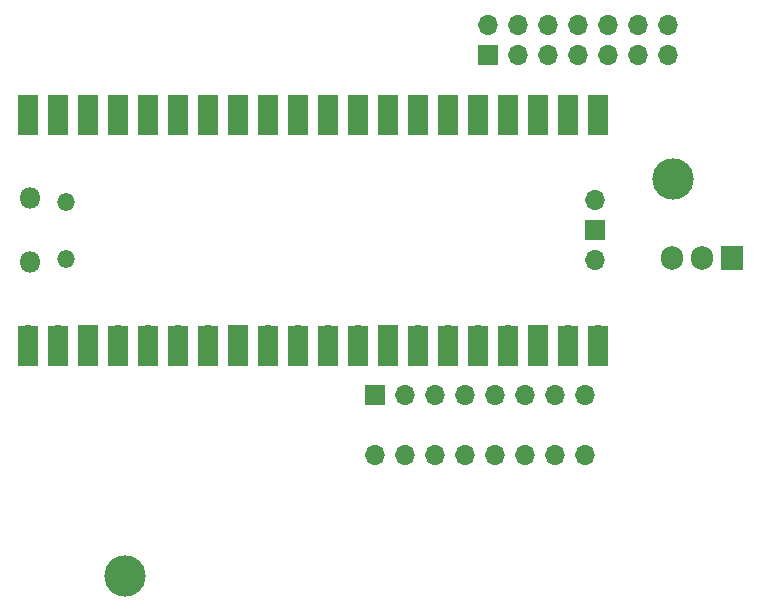
<source format=gbs>
G04 #@! TF.GenerationSoftware,KiCad,Pcbnew,7.0.9-7.0.9~ubuntu22.04.1*
G04 #@! TF.CreationDate,2023-11-26T22:36:36+01:00*
G04 #@! TF.ProjectId,MicroPicoDrive,4d696372-6f50-4696-936f-44726976652e,1.4.1*
G04 #@! TF.SameCoordinates,Original*
G04 #@! TF.FileFunction,Soldermask,Bot*
G04 #@! TF.FilePolarity,Negative*
%FSLAX46Y46*%
G04 Gerber Fmt 4.6, Leading zero omitted, Abs format (unit mm)*
G04 Created by KiCad (PCBNEW 7.0.9-7.0.9~ubuntu22.04.1) date 2023-11-26 22:36:36*
%MOMM*%
%LPD*%
G01*
G04 APERTURE LIST*
%ADD10C,3.500000*%
%ADD11R,1.700000X1.700000*%
%ADD12O,1.700000X1.700000*%
%ADD13R,1.905000X2.000000*%
%ADD14O,1.905000X2.000000*%
%ADD15O,1.800000X1.800000*%
%ADD16O,1.500000X1.500000*%
%ADD17R,1.700000X3.500000*%
G04 APERTURE END LIST*
D10*
X125645000Y-125700000D03*
D11*
X156420000Y-81590000D03*
D12*
X156420000Y-79050000D03*
X158960000Y-81590000D03*
X158960000Y-79050000D03*
X161500000Y-81590000D03*
X161500000Y-79050000D03*
X164040000Y-81590000D03*
X164040000Y-79050000D03*
X166580000Y-81590000D03*
X166580000Y-79050000D03*
X169120000Y-81590000D03*
X169120000Y-79050000D03*
X171660000Y-81590000D03*
X171660000Y-79050000D03*
D13*
X177115000Y-98800000D03*
D14*
X174575000Y-98800000D03*
X172035000Y-98800000D03*
D11*
X146875000Y-110375000D03*
D12*
X146875000Y-115455000D03*
X149415000Y-110375000D03*
X149415000Y-115455000D03*
X151955000Y-110375000D03*
X151955000Y-115455000D03*
X154495000Y-110375000D03*
X154495000Y-115455000D03*
X157035000Y-110375000D03*
X157035000Y-115455000D03*
X159575000Y-110375000D03*
X159575000Y-115455000D03*
X162115000Y-110375000D03*
X162115000Y-115455000D03*
X164655000Y-110375000D03*
X164655000Y-115455000D03*
D10*
X172100000Y-92125000D03*
D15*
X117620000Y-93715000D03*
D16*
X120650000Y-94015000D03*
X120650000Y-98865000D03*
D15*
X117620000Y-99165000D03*
D12*
X117490000Y-87550000D03*
D17*
X117490000Y-86650000D03*
D12*
X120030000Y-87550000D03*
D17*
X120030000Y-86650000D03*
D11*
X122570000Y-87550000D03*
D17*
X122570000Y-86650000D03*
D12*
X125110000Y-87550000D03*
D17*
X125110000Y-86650000D03*
D12*
X127650000Y-87550000D03*
D17*
X127650000Y-86650000D03*
D12*
X130190000Y-87550000D03*
D17*
X130190000Y-86650000D03*
D12*
X132730000Y-87550000D03*
D17*
X132730000Y-86650000D03*
D11*
X135270000Y-87550000D03*
D17*
X135270000Y-86650000D03*
D12*
X137810000Y-87550000D03*
D17*
X137810000Y-86650000D03*
D12*
X140350000Y-87550000D03*
D17*
X140350000Y-86650000D03*
D12*
X142890000Y-87550000D03*
D17*
X142890000Y-86650000D03*
D12*
X145430000Y-87550000D03*
D17*
X145430000Y-86650000D03*
D11*
X147970000Y-87550000D03*
D17*
X147970000Y-86650000D03*
D12*
X150510000Y-87550000D03*
D17*
X150510000Y-86650000D03*
D12*
X153050000Y-87550000D03*
D17*
X153050000Y-86650000D03*
D12*
X155590000Y-87550000D03*
D17*
X155590000Y-86650000D03*
D12*
X158130000Y-87550000D03*
D17*
X158130000Y-86650000D03*
D11*
X160670000Y-87550000D03*
D17*
X160670000Y-86650000D03*
D12*
X163210000Y-87550000D03*
D17*
X163210000Y-86650000D03*
D12*
X165750000Y-87550000D03*
D17*
X165750000Y-86650000D03*
D12*
X165750000Y-105330000D03*
D17*
X165750000Y-106230000D03*
D12*
X163210000Y-105330000D03*
D17*
X163210000Y-106230000D03*
D11*
X160670000Y-105330000D03*
D17*
X160670000Y-106230000D03*
D12*
X158130000Y-105330000D03*
D17*
X158130000Y-106230000D03*
D12*
X155590000Y-105330000D03*
D17*
X155590000Y-106230000D03*
D12*
X153050000Y-105330000D03*
D17*
X153050000Y-106230000D03*
D12*
X150510000Y-105330000D03*
D17*
X150510000Y-106230000D03*
D11*
X147970000Y-105330000D03*
D17*
X147970000Y-106230000D03*
D12*
X145430000Y-105330000D03*
D17*
X145430000Y-106230000D03*
D12*
X142890000Y-105330000D03*
D17*
X142890000Y-106230000D03*
D12*
X140350000Y-105330000D03*
D17*
X140350000Y-106230000D03*
D12*
X137810000Y-105330000D03*
D17*
X137810000Y-106230000D03*
D11*
X135270000Y-105330000D03*
D17*
X135270000Y-106230000D03*
D12*
X132730000Y-105330000D03*
D17*
X132730000Y-106230000D03*
D12*
X130190000Y-105330000D03*
D17*
X130190000Y-106230000D03*
D12*
X127650000Y-105330000D03*
D17*
X127650000Y-106230000D03*
D12*
X125110000Y-105330000D03*
D17*
X125110000Y-106230000D03*
D11*
X122570000Y-105330000D03*
D17*
X122570000Y-106230000D03*
D12*
X120030000Y-105330000D03*
D17*
X120030000Y-106230000D03*
D12*
X117490000Y-105330000D03*
D17*
X117490000Y-106230000D03*
D12*
X165520000Y-93900000D03*
D11*
X165520000Y-96440000D03*
D12*
X165520000Y-98980000D03*
M02*

</source>
